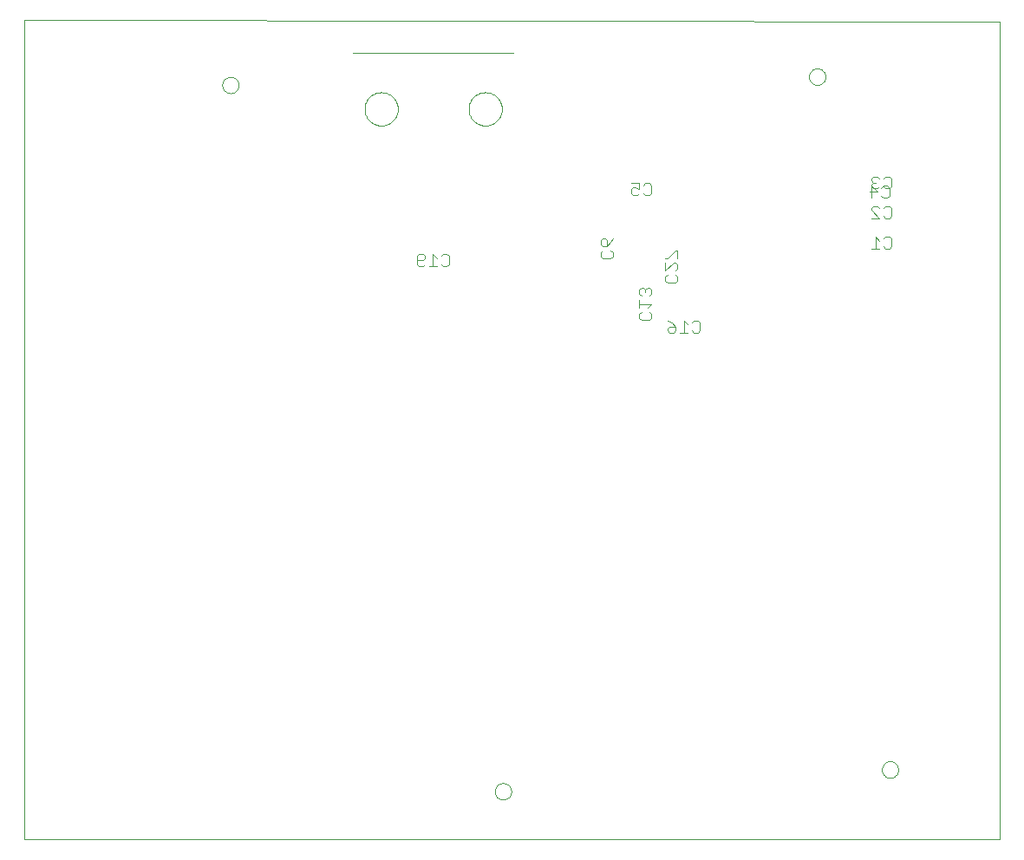
<source format=gbo>
G75*
%MOIN*%
%OFA0B0*%
%FSLAX24Y24*%
%IPPOS*%
%LPD*%
%AMOC8*
5,1,8,0,0,1.08239X$1,22.5*
%
%ADD10C,0.0000*%
%ADD11C,0.0040*%
%ADD12C,0.0004*%
D10*
X001260Y002090D02*
X038752Y002090D01*
X038752Y033530D01*
X001260Y033590D01*
X001260Y002090D01*
X019345Y003940D02*
X019347Y003975D01*
X019353Y004010D01*
X019363Y004044D01*
X019376Y004077D01*
X019393Y004108D01*
X019414Y004136D01*
X019437Y004163D01*
X019464Y004186D01*
X019492Y004207D01*
X019523Y004224D01*
X019556Y004237D01*
X019590Y004247D01*
X019625Y004253D01*
X019660Y004255D01*
X019695Y004253D01*
X019730Y004247D01*
X019764Y004237D01*
X019797Y004224D01*
X019828Y004207D01*
X019856Y004186D01*
X019883Y004163D01*
X019906Y004136D01*
X019927Y004108D01*
X019944Y004077D01*
X019957Y004044D01*
X019967Y004010D01*
X019973Y003975D01*
X019975Y003940D01*
X019973Y003905D01*
X019967Y003870D01*
X019957Y003836D01*
X019944Y003803D01*
X019927Y003772D01*
X019906Y003744D01*
X019883Y003717D01*
X019856Y003694D01*
X019828Y003673D01*
X019797Y003656D01*
X019764Y003643D01*
X019730Y003633D01*
X019695Y003627D01*
X019660Y003625D01*
X019625Y003627D01*
X019590Y003633D01*
X019556Y003643D01*
X019523Y003656D01*
X019492Y003673D01*
X019464Y003694D01*
X019437Y003717D01*
X019414Y003744D01*
X019393Y003772D01*
X019376Y003803D01*
X019363Y003836D01*
X019353Y003870D01*
X019347Y003905D01*
X019345Y003940D01*
X034225Y004780D02*
X034227Y004815D01*
X034233Y004850D01*
X034243Y004884D01*
X034256Y004917D01*
X034273Y004948D01*
X034294Y004976D01*
X034317Y005003D01*
X034344Y005026D01*
X034372Y005047D01*
X034403Y005064D01*
X034436Y005077D01*
X034470Y005087D01*
X034505Y005093D01*
X034540Y005095D01*
X034575Y005093D01*
X034610Y005087D01*
X034644Y005077D01*
X034677Y005064D01*
X034708Y005047D01*
X034736Y005026D01*
X034763Y005003D01*
X034786Y004976D01*
X034807Y004948D01*
X034824Y004917D01*
X034837Y004884D01*
X034847Y004850D01*
X034853Y004815D01*
X034855Y004780D01*
X034853Y004745D01*
X034847Y004710D01*
X034837Y004676D01*
X034824Y004643D01*
X034807Y004612D01*
X034786Y004584D01*
X034763Y004557D01*
X034736Y004534D01*
X034708Y004513D01*
X034677Y004496D01*
X034644Y004483D01*
X034610Y004473D01*
X034575Y004467D01*
X034540Y004465D01*
X034505Y004467D01*
X034470Y004473D01*
X034436Y004483D01*
X034403Y004496D01*
X034372Y004513D01*
X034344Y004534D01*
X034317Y004557D01*
X034294Y004584D01*
X034273Y004612D01*
X034256Y004643D01*
X034243Y004676D01*
X034233Y004710D01*
X034227Y004745D01*
X034225Y004780D01*
X018340Y030180D02*
X018342Y030230D01*
X018348Y030280D01*
X018358Y030329D01*
X018371Y030378D01*
X018389Y030425D01*
X018410Y030471D01*
X018434Y030514D01*
X018462Y030556D01*
X018493Y030596D01*
X018527Y030633D01*
X018564Y030667D01*
X018604Y030698D01*
X018646Y030726D01*
X018689Y030750D01*
X018735Y030771D01*
X018782Y030789D01*
X018831Y030802D01*
X018880Y030812D01*
X018930Y030818D01*
X018980Y030820D01*
X019030Y030818D01*
X019080Y030812D01*
X019129Y030802D01*
X019178Y030789D01*
X019225Y030771D01*
X019271Y030750D01*
X019314Y030726D01*
X019356Y030698D01*
X019396Y030667D01*
X019433Y030633D01*
X019467Y030596D01*
X019498Y030556D01*
X019526Y030514D01*
X019550Y030471D01*
X019571Y030425D01*
X019589Y030378D01*
X019602Y030329D01*
X019612Y030280D01*
X019618Y030230D01*
X019620Y030180D01*
X019618Y030130D01*
X019612Y030080D01*
X019602Y030031D01*
X019589Y029982D01*
X019571Y029935D01*
X019550Y029889D01*
X019526Y029846D01*
X019498Y029804D01*
X019467Y029764D01*
X019433Y029727D01*
X019396Y029693D01*
X019356Y029662D01*
X019314Y029634D01*
X019271Y029610D01*
X019225Y029589D01*
X019178Y029571D01*
X019129Y029558D01*
X019080Y029548D01*
X019030Y029542D01*
X018980Y029540D01*
X018930Y029542D01*
X018880Y029548D01*
X018831Y029558D01*
X018782Y029571D01*
X018735Y029589D01*
X018689Y029610D01*
X018646Y029634D01*
X018604Y029662D01*
X018564Y029693D01*
X018527Y029727D01*
X018493Y029764D01*
X018462Y029804D01*
X018434Y029846D01*
X018410Y029889D01*
X018389Y029935D01*
X018371Y029982D01*
X018358Y030031D01*
X018348Y030080D01*
X018342Y030130D01*
X018340Y030180D01*
X014340Y030180D02*
X014342Y030230D01*
X014348Y030280D01*
X014358Y030329D01*
X014371Y030378D01*
X014389Y030425D01*
X014410Y030471D01*
X014434Y030514D01*
X014462Y030556D01*
X014493Y030596D01*
X014527Y030633D01*
X014564Y030667D01*
X014604Y030698D01*
X014646Y030726D01*
X014689Y030750D01*
X014735Y030771D01*
X014782Y030789D01*
X014831Y030802D01*
X014880Y030812D01*
X014930Y030818D01*
X014980Y030820D01*
X015030Y030818D01*
X015080Y030812D01*
X015129Y030802D01*
X015178Y030789D01*
X015225Y030771D01*
X015271Y030750D01*
X015314Y030726D01*
X015356Y030698D01*
X015396Y030667D01*
X015433Y030633D01*
X015467Y030596D01*
X015498Y030556D01*
X015526Y030514D01*
X015550Y030471D01*
X015571Y030425D01*
X015589Y030378D01*
X015602Y030329D01*
X015612Y030280D01*
X015618Y030230D01*
X015620Y030180D01*
X015618Y030130D01*
X015612Y030080D01*
X015602Y030031D01*
X015589Y029982D01*
X015571Y029935D01*
X015550Y029889D01*
X015526Y029846D01*
X015498Y029804D01*
X015467Y029764D01*
X015433Y029727D01*
X015396Y029693D01*
X015356Y029662D01*
X015314Y029634D01*
X015271Y029610D01*
X015225Y029589D01*
X015178Y029571D01*
X015129Y029558D01*
X015080Y029548D01*
X015030Y029542D01*
X014980Y029540D01*
X014930Y029542D01*
X014880Y029548D01*
X014831Y029558D01*
X014782Y029571D01*
X014735Y029589D01*
X014689Y029610D01*
X014646Y029634D01*
X014604Y029662D01*
X014564Y029693D01*
X014527Y029727D01*
X014493Y029764D01*
X014462Y029804D01*
X014434Y029846D01*
X014410Y029889D01*
X014389Y029935D01*
X014371Y029982D01*
X014358Y030031D01*
X014348Y030080D01*
X014342Y030130D01*
X014340Y030180D01*
X008865Y031100D02*
X008867Y031135D01*
X008873Y031170D01*
X008883Y031204D01*
X008896Y031237D01*
X008913Y031268D01*
X008934Y031296D01*
X008957Y031323D01*
X008984Y031346D01*
X009012Y031367D01*
X009043Y031384D01*
X009076Y031397D01*
X009110Y031407D01*
X009145Y031413D01*
X009180Y031415D01*
X009215Y031413D01*
X009250Y031407D01*
X009284Y031397D01*
X009317Y031384D01*
X009348Y031367D01*
X009376Y031346D01*
X009403Y031323D01*
X009426Y031296D01*
X009447Y031268D01*
X009464Y031237D01*
X009477Y031204D01*
X009487Y031170D01*
X009493Y031135D01*
X009495Y031100D01*
X009493Y031065D01*
X009487Y031030D01*
X009477Y030996D01*
X009464Y030963D01*
X009447Y030932D01*
X009426Y030904D01*
X009403Y030877D01*
X009376Y030854D01*
X009348Y030833D01*
X009317Y030816D01*
X009284Y030803D01*
X009250Y030793D01*
X009215Y030787D01*
X009180Y030785D01*
X009145Y030787D01*
X009110Y030793D01*
X009076Y030803D01*
X009043Y030816D01*
X009012Y030833D01*
X008984Y030854D01*
X008957Y030877D01*
X008934Y030904D01*
X008913Y030932D01*
X008896Y030963D01*
X008883Y030996D01*
X008873Y031030D01*
X008867Y031065D01*
X008865Y031100D01*
X031425Y031420D02*
X031427Y031455D01*
X031433Y031490D01*
X031443Y031524D01*
X031456Y031557D01*
X031473Y031588D01*
X031494Y031616D01*
X031517Y031643D01*
X031544Y031666D01*
X031572Y031687D01*
X031603Y031704D01*
X031636Y031717D01*
X031670Y031727D01*
X031705Y031733D01*
X031740Y031735D01*
X031775Y031733D01*
X031810Y031727D01*
X031844Y031717D01*
X031877Y031704D01*
X031908Y031687D01*
X031936Y031666D01*
X031963Y031643D01*
X031986Y031616D01*
X032007Y031588D01*
X032024Y031557D01*
X032037Y031524D01*
X032047Y031490D01*
X032053Y031455D01*
X032055Y031420D01*
X032053Y031385D01*
X032047Y031350D01*
X032037Y031316D01*
X032024Y031283D01*
X032007Y031252D01*
X031986Y031224D01*
X031963Y031197D01*
X031936Y031174D01*
X031908Y031153D01*
X031877Y031136D01*
X031844Y031123D01*
X031810Y031113D01*
X031775Y031107D01*
X031740Y031105D01*
X031705Y031107D01*
X031670Y031113D01*
X031636Y031123D01*
X031603Y031136D01*
X031572Y031153D01*
X031544Y031174D01*
X031517Y031197D01*
X031494Y031224D01*
X031473Y031252D01*
X031456Y031283D01*
X031443Y031316D01*
X031433Y031350D01*
X031427Y031385D01*
X031425Y031420D01*
D11*
X033899Y027580D02*
X033822Y027504D01*
X033822Y027427D01*
X033899Y027350D01*
X033822Y027273D01*
X033822Y027197D01*
X033899Y027120D01*
X034052Y027120D01*
X034129Y027197D01*
X034203Y027144D02*
X034280Y027220D01*
X034434Y027220D01*
X034510Y027144D01*
X034510Y026837D01*
X034434Y026760D01*
X034280Y026760D01*
X034203Y026837D01*
X034050Y026990D02*
X033743Y026990D01*
X033820Y026760D02*
X033820Y027220D01*
X034050Y026990D01*
X034283Y027197D02*
X034359Y027120D01*
X034513Y027120D01*
X034590Y027197D01*
X034590Y027504D01*
X034513Y027580D01*
X034359Y027580D01*
X034283Y027504D01*
X034129Y027504D02*
X034052Y027580D01*
X033899Y027580D01*
X033899Y027350D02*
X033976Y027350D01*
X034052Y026440D02*
X034129Y026364D01*
X034052Y026440D02*
X033899Y026440D01*
X033822Y026364D01*
X033822Y026287D01*
X034129Y025980D01*
X033822Y025980D01*
X034283Y026057D02*
X034359Y025980D01*
X034513Y025980D01*
X034590Y026057D01*
X034590Y026364D01*
X034513Y026440D01*
X034359Y026440D01*
X034283Y026364D01*
X034359Y025270D02*
X034513Y025270D01*
X034590Y025194D01*
X034590Y024887D01*
X034513Y024810D01*
X034359Y024810D01*
X034283Y024887D01*
X034129Y024810D02*
X033822Y024810D01*
X033976Y024810D02*
X033976Y025270D01*
X034129Y025117D01*
X034283Y025194D02*
X034359Y025270D01*
X027221Y021964D02*
X027221Y021657D01*
X027144Y021580D01*
X026990Y021580D01*
X026914Y021657D01*
X026760Y021580D02*
X026453Y021580D01*
X026607Y021580D02*
X026607Y022040D01*
X026760Y021887D01*
X026914Y021964D02*
X026990Y022040D01*
X027144Y022040D01*
X027221Y021964D01*
X026300Y021810D02*
X026070Y021810D01*
X025993Y021733D01*
X025993Y021657D01*
X026070Y021580D01*
X026223Y021580D01*
X026300Y021657D01*
X026300Y021810D01*
X026146Y021964D01*
X025993Y022040D01*
X025360Y022147D02*
X025360Y022300D01*
X025283Y022377D01*
X025206Y022530D02*
X025360Y022684D01*
X024900Y022684D01*
X024900Y022837D02*
X024900Y022530D01*
X024976Y022377D02*
X024900Y022300D01*
X024900Y022147D01*
X024976Y022070D01*
X025283Y022070D01*
X025360Y022147D01*
X025283Y022991D02*
X025360Y023068D01*
X025360Y023221D01*
X025283Y023298D01*
X025206Y023298D01*
X025130Y023221D01*
X025053Y023298D01*
X024976Y023298D01*
X024900Y023221D01*
X024900Y023068D01*
X024976Y022991D01*
X025130Y023144D02*
X025130Y023221D01*
X025900Y023576D02*
X025900Y023729D01*
X025976Y023806D01*
X025900Y023959D02*
X026206Y024266D01*
X026283Y024266D01*
X026360Y024189D01*
X026360Y024036D01*
X026283Y023959D01*
X026283Y023806D02*
X026360Y023729D01*
X026360Y023576D01*
X026283Y023499D01*
X025976Y023499D01*
X025900Y023576D01*
X025900Y023959D02*
X025900Y024266D01*
X025900Y024420D02*
X025976Y024420D01*
X026283Y024727D01*
X026360Y024727D01*
X026360Y024420D01*
X023880Y024516D02*
X023803Y024439D01*
X023496Y024439D01*
X023420Y024516D01*
X023420Y024669D01*
X023496Y024746D01*
X023496Y024900D02*
X023420Y024976D01*
X023420Y025130D01*
X023496Y025207D01*
X023573Y025207D01*
X023650Y025130D01*
X023650Y024900D01*
X023496Y024900D01*
X023650Y024900D02*
X023803Y025053D01*
X023880Y025207D01*
X023803Y024746D02*
X023880Y024669D01*
X023880Y024516D01*
X024660Y026860D02*
X024813Y026860D01*
X024890Y026937D01*
X024890Y027090D02*
X024736Y027167D01*
X024660Y027167D01*
X024583Y027090D01*
X024583Y026937D01*
X024660Y026860D01*
X024890Y027090D02*
X024890Y027320D01*
X024583Y027320D01*
X025043Y027244D02*
X025120Y027320D01*
X025274Y027320D01*
X025350Y027244D01*
X025350Y026937D01*
X025274Y026860D01*
X025120Y026860D01*
X025043Y026937D01*
X017581Y024524D02*
X017581Y024217D01*
X017504Y024140D01*
X017350Y024140D01*
X017274Y024217D01*
X017120Y024140D02*
X016813Y024140D01*
X016967Y024140D02*
X016967Y024600D01*
X017120Y024447D01*
X017274Y024524D02*
X017350Y024600D01*
X017504Y024600D01*
X017581Y024524D01*
X016660Y024524D02*
X016660Y024447D01*
X016583Y024370D01*
X016353Y024370D01*
X016353Y024217D02*
X016353Y024524D01*
X016430Y024600D01*
X016583Y024600D01*
X016660Y024524D01*
X016660Y024217D02*
X016583Y024140D01*
X016430Y024140D01*
X016353Y024217D01*
D12*
X013905Y032349D02*
X020055Y032349D01*
M02*

</source>
